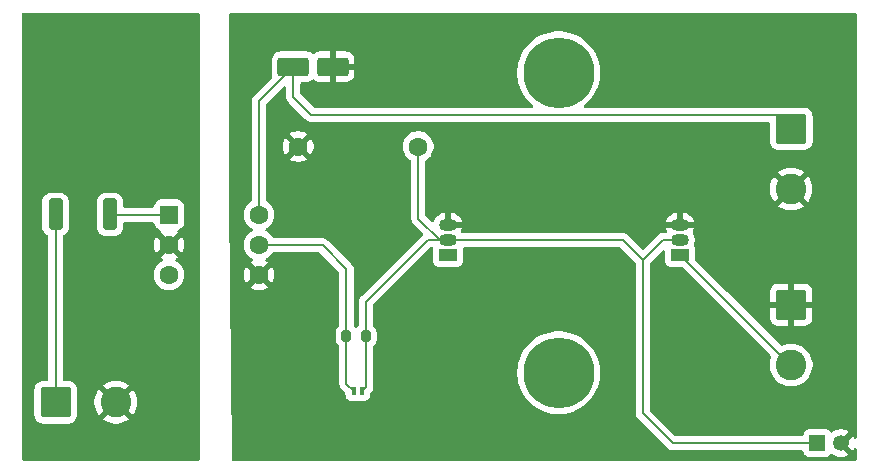
<source format=gbr>
%TF.GenerationSoftware,KiCad,Pcbnew,9.0.2*%
%TF.CreationDate,2025-07-21T18:03:53+01:00*%
%TF.ProjectId,ISOLATION,49534f4c-4154-4494-9f4e-2e6b69636164,rev?*%
%TF.SameCoordinates,Original*%
%TF.FileFunction,Copper,L1,Top*%
%TF.FilePolarity,Positive*%
%FSLAX46Y46*%
G04 Gerber Fmt 4.6, Leading zero omitted, Abs format (unit mm)*
G04 Created by KiCad (PCBNEW 9.0.2) date 2025-07-21 18:03:53*
%MOMM*%
%LPD*%
G01*
G04 APERTURE LIST*
G04 Aperture macros list*
%AMRoundRect*
0 Rectangle with rounded corners*
0 $1 Rounding radius*
0 $2 $3 $4 $5 $6 $7 $8 $9 X,Y pos of 4 corners*
0 Add a 4 corners polygon primitive as box body*
4,1,4,$2,$3,$4,$5,$6,$7,$8,$9,$2,$3,0*
0 Add four circle primitives for the rounded corners*
1,1,$1+$1,$2,$3*
1,1,$1+$1,$4,$5*
1,1,$1+$1,$6,$7*
1,1,$1+$1,$8,$9*
0 Add four rect primitives between the rounded corners*
20,1,$1+$1,$2,$3,$4,$5,0*
20,1,$1+$1,$4,$5,$6,$7,0*
20,1,$1+$1,$6,$7,$8,$9,0*
20,1,$1+$1,$8,$9,$2,$3,0*%
G04 Aperture macros list end*
%TA.AperFunction,ComponentPad*%
%ADD10RoundRect,0.250000X-1.050000X1.050000X-1.050000X-1.050000X1.050000X-1.050000X1.050000X1.050000X0*%
%TD*%
%TA.AperFunction,ComponentPad*%
%ADD11C,2.600000*%
%TD*%
%TA.AperFunction,ComponentPad*%
%ADD12R,1.350000X1.350000*%
%TD*%
%TA.AperFunction,ComponentPad*%
%ADD13C,1.350000*%
%TD*%
%TA.AperFunction,ComponentPad*%
%ADD14RoundRect,0.250000X-1.050000X-1.050000X1.050000X-1.050000X1.050000X1.050000X-1.050000X1.050000X0*%
%TD*%
%TA.AperFunction,SMDPad,CuDef*%
%ADD15RoundRect,0.050000X-0.150000X-0.300000X0.150000X-0.300000X0.150000X0.300000X-0.150000X0.300000X0*%
%TD*%
%TA.AperFunction,ComponentPad*%
%ADD16R,1.500000X1.050000*%
%TD*%
%TA.AperFunction,ComponentPad*%
%ADD17O,1.500000X1.050000*%
%TD*%
%TA.AperFunction,SMDPad,CuDef*%
%ADD18RoundRect,0.200000X-0.200000X-0.275000X0.200000X-0.275000X0.200000X0.275000X-0.200000X0.275000X0*%
%TD*%
%TA.AperFunction,ComponentPad*%
%ADD19C,1.600000*%
%TD*%
%TA.AperFunction,ComponentPad*%
%ADD20C,6.000000*%
%TD*%
%TA.AperFunction,SMDPad,CuDef*%
%ADD21RoundRect,0.250000X-0.362500X-1.075000X0.362500X-1.075000X0.362500X1.075000X-0.362500X1.075000X0*%
%TD*%
%TA.AperFunction,SMDPad,CuDef*%
%ADD22RoundRect,0.250000X-1.075000X-0.550000X1.075000X-0.550000X1.075000X0.550000X-1.075000X0.550000X0*%
%TD*%
%TA.AperFunction,ComponentPad*%
%ADD23RoundRect,0.250000X-0.550000X-0.550000X0.550000X-0.550000X0.550000X0.550000X-0.550000X0.550000X0*%
%TD*%
%TA.AperFunction,ViaPad*%
%ADD24C,0.600000*%
%TD*%
%TA.AperFunction,Conductor*%
%ADD25C,0.200000*%
%TD*%
G04 APERTURE END LIST*
D10*
%TO.P,J3,1,Pin_1*%
%TO.N,GND*%
X181090000Y-95320000D03*
D11*
%TO.P,J3,2,Pin_2*%
%TO.N,Net-(J3-Pin_2)*%
X181090000Y-100400000D03*
%TD*%
D12*
%TO.P,J4,1,Pin_1*%
%TO.N,Net-(D1-A)*%
X183310000Y-107030000D03*
D13*
%TO.P,J4,2,Pin_2*%
%TO.N,GND*%
X185310000Y-107030000D03*
%TD*%
D14*
%TO.P,J1,1,Pin_1*%
%TO.N,Net-(J1-Pin_1)*%
X118815000Y-103562500D03*
D11*
%TO.P,J1,2,Pin_2*%
%TO.N,GND1*%
X123895000Y-103562500D03*
%TD*%
D15*
%TO.P,D1,1,K*%
%TO.N,Net-(D1-K)*%
X144050000Y-102600000D03*
%TO.P,D1,2,A*%
%TO.N,Net-(D1-A)*%
X144750000Y-102600000D03*
%TD*%
D16*
%TO.P,Q2,1,D*%
%TO.N,Net-(J3-Pin_2)*%
X171680000Y-91090000D03*
D17*
%TO.P,Q2,2,G*%
%TO.N,Net-(D1-A)*%
X171680000Y-89820000D03*
%TO.P,Q2,3,S*%
%TO.N,GND*%
X171680000Y-88550000D03*
%TD*%
D18*
%TO.P,R1,1*%
%TO.N,Net-(D1-K)*%
X143430000Y-97950000D03*
%TO.P,R1,2*%
%TO.N,Net-(D1-A)*%
X145080000Y-97950000D03*
%TD*%
D16*
%TO.P,Q1,1,D*%
%TO.N,Net-(J3-Pin_2)*%
X152030000Y-91090000D03*
D17*
%TO.P,Q1,2,G*%
%TO.N,Net-(D1-A)*%
X152030000Y-89820000D03*
%TO.P,Q1,3,S*%
%TO.N,GND*%
X152030000Y-88550000D03*
%TD*%
D19*
%TO.P,R3,1*%
%TO.N,GND*%
X139350000Y-81910000D03*
%TO.P,R3,2*%
%TO.N,Net-(D1-A)*%
X149510000Y-81910000D03*
%TD*%
D10*
%TO.P,J2,1,Pin_1*%
%TO.N,Net-(J2-Pin_1)*%
X181090000Y-80410000D03*
D11*
%TO.P,J2,2,Pin_2*%
%TO.N,GND*%
X181090000Y-85490000D03*
%TD*%
D20*
%TO.P,HS1,1*%
%TO.N,N/C*%
X161390000Y-101060000D03*
X161390000Y-75660000D03*
%TD*%
D21*
%TO.P,R2,1*%
%TO.N,Net-(J1-Pin_1)*%
X118797500Y-87650000D03*
%TO.P,R2,2*%
%TO.N,Net-(R2-Pad2)*%
X123422500Y-87650000D03*
%TD*%
D22*
%TO.P,C1,1*%
%TO.N,Net-(J2-Pin_1)*%
X138935000Y-75160000D03*
%TO.P,C1,2*%
%TO.N,GND*%
X142285000Y-75160000D03*
%TD*%
D23*
%TO.P,U1,1*%
%TO.N,Net-(R2-Pad2)*%
X128415000Y-87685000D03*
D19*
%TO.P,U1,2*%
%TO.N,GND1*%
X128415000Y-90225000D03*
%TO.P,U1,3*%
%TO.N,unconnected-(U1-Pad3)*%
X128415000Y-92765000D03*
%TO.P,U1,4*%
%TO.N,GND*%
X136035000Y-92765000D03*
%TO.P,U1,5*%
%TO.N,Net-(D1-K)*%
X136035000Y-90225000D03*
%TO.P,U1,6*%
%TO.N,Net-(J2-Pin_1)*%
X136035000Y-87685000D03*
%TD*%
D24*
%TO.N,GND*%
X138100000Y-94760000D03*
X150460000Y-86480000D03*
X144780000Y-76960000D03*
X179310000Y-89050000D03*
X137210000Y-82543333D03*
X138100000Y-93603333D03*
X137210000Y-80230000D03*
X144780000Y-75803333D03*
X137210000Y-83700000D03*
X139500000Y-93643333D03*
X171720000Y-86300000D03*
X174430000Y-88540000D03*
X139500000Y-91330000D03*
X151616667Y-86480000D03*
X139500000Y-94800000D03*
X180436667Y-91490000D03*
X152773333Y-86480000D03*
X168480000Y-88540000D03*
X182750000Y-91490000D03*
X137210000Y-81386667D03*
X139500000Y-92486667D03*
X179280000Y-91490000D03*
X181593333Y-91490000D03*
X180466667Y-89050000D03*
X144780000Y-73490000D03*
X153930000Y-86480000D03*
X144780000Y-74646667D03*
X181623333Y-89050000D03*
X138100000Y-91290000D03*
X182780000Y-89050000D03*
X138100000Y-92446667D03*
%TO.N,GND1*%
X126280000Y-93220000D03*
X129570000Y-98180000D03*
X126280000Y-90313333D03*
X126280000Y-88860000D03*
X129570000Y-99592857D03*
X129570000Y-108070000D03*
X129570000Y-102418571D03*
X129570000Y-106657143D03*
X126280000Y-91766667D03*
X129570000Y-101005714D03*
X129570000Y-103831429D03*
X129570000Y-105244286D03*
%TD*%
D25*
%TO.N,Net-(J2-Pin_1)*%
X136035000Y-78060000D02*
X136035000Y-87685000D01*
X138935000Y-75160000D02*
X138935000Y-77715000D01*
X138935000Y-75160000D02*
X136035000Y-78060000D01*
X140440000Y-79220000D02*
X179900000Y-79220000D01*
X179900000Y-79220000D02*
X181090000Y-80410000D01*
X138935000Y-77715000D02*
X140440000Y-79220000D01*
%TO.N,Net-(D1-K)*%
X143430000Y-97950000D02*
X143430000Y-101980000D01*
X143430000Y-101980000D02*
X144050000Y-102600000D01*
X143430000Y-97950000D02*
X143430000Y-92300000D01*
X141410000Y-90280000D02*
X136090000Y-90280000D01*
X136090000Y-90280000D02*
X136035000Y-90225000D01*
X143430000Y-92300000D02*
X141410000Y-90280000D01*
%TO.N,Net-(D1-A)*%
X168530000Y-91540000D02*
X170250000Y-89820000D01*
X151330000Y-89820000D02*
X152030000Y-89820000D01*
X149520000Y-81920000D02*
X149520000Y-88010000D01*
X145080000Y-102270000D02*
X144750000Y-102600000D01*
X150300000Y-89820000D02*
X152030000Y-89820000D01*
X168530000Y-104490000D02*
X168530000Y-91540000D01*
X152030000Y-89820000D02*
X166810000Y-89820000D01*
X145080000Y-97950000D02*
X145080000Y-95040000D01*
X149520000Y-88010000D02*
X151330000Y-89820000D01*
X149510000Y-81910000D02*
X149520000Y-81920000D01*
X166810000Y-89820000D02*
X168530000Y-91540000D01*
X171070000Y-107030000D02*
X168530000Y-104490000D01*
X145080000Y-95040000D02*
X150300000Y-89820000D01*
X145080000Y-97950000D02*
X145080000Y-102270000D01*
X183310000Y-107030000D02*
X171070000Y-107030000D01*
X170250000Y-89820000D02*
X171680000Y-89820000D01*
%TO.N,Net-(J1-Pin_1)*%
X118797500Y-87650000D02*
X118797500Y-103545000D01*
X118797500Y-103545000D02*
X118815000Y-103562500D01*
%TO.N,Net-(J3-Pin_2)*%
X181090000Y-100400000D02*
X180990000Y-100400000D01*
X180990000Y-100400000D02*
X171680000Y-91090000D01*
%TO.N,Net-(R2-Pad2)*%
X128415000Y-87685000D02*
X123457500Y-87685000D01*
X123457500Y-87685000D02*
X123422500Y-87650000D01*
%TD*%
%TA.AperFunction,Conductor*%
%TO.N,GND1*%
G36*
X130943856Y-70600185D02*
G01*
X130989611Y-70652989D01*
X131000817Y-70704338D01*
X131020000Y-85360000D01*
X131012665Y-94033477D01*
X131000536Y-108375605D01*
X130980795Y-108442628D01*
X130927952Y-108488338D01*
X130876536Y-108499500D01*
X116094500Y-108499500D01*
X116027461Y-108479815D01*
X115981706Y-108427011D01*
X115970500Y-108375500D01*
X115970500Y-102462483D01*
X117014500Y-102462483D01*
X117014500Y-104662501D01*
X117014501Y-104662518D01*
X117025000Y-104765296D01*
X117025001Y-104765299D01*
X117073885Y-104912819D01*
X117080186Y-104931834D01*
X117172288Y-105081156D01*
X117296344Y-105205212D01*
X117445666Y-105297314D01*
X117612203Y-105352499D01*
X117714991Y-105363000D01*
X119915008Y-105362999D01*
X120017797Y-105352499D01*
X120184334Y-105297314D01*
X120333656Y-105205212D01*
X120457712Y-105081156D01*
X120549814Y-104931834D01*
X120604999Y-104765297D01*
X120615500Y-104662509D01*
X120615499Y-103444514D01*
X122095000Y-103444514D01*
X122095000Y-103680485D01*
X122125799Y-103914414D01*
X122186870Y-104142337D01*
X122277160Y-104360319D01*
X122277165Y-104360328D01*
X122395144Y-104564671D01*
X122395145Y-104564672D01*
X122457721Y-104646223D01*
X123293958Y-103809987D01*
X123318978Y-103870390D01*
X123390112Y-103976851D01*
X123480649Y-104067388D01*
X123587110Y-104138522D01*
X123647511Y-104163541D01*
X122811275Y-104999777D01*
X122892827Y-105062354D01*
X122892828Y-105062355D01*
X123097171Y-105180334D01*
X123097180Y-105180339D01*
X123315163Y-105270629D01*
X123315161Y-105270629D01*
X123543085Y-105331700D01*
X123777014Y-105362499D01*
X123777029Y-105362500D01*
X124012971Y-105362500D01*
X124012985Y-105362499D01*
X124246914Y-105331700D01*
X124474837Y-105270629D01*
X124692819Y-105180339D01*
X124692828Y-105180334D01*
X124897181Y-105062350D01*
X124978723Y-104999779D01*
X124978723Y-104999776D01*
X124142487Y-104163541D01*
X124202890Y-104138522D01*
X124309351Y-104067388D01*
X124399888Y-103976851D01*
X124471022Y-103870390D01*
X124496041Y-103809988D01*
X125332276Y-104646223D01*
X125332279Y-104646223D01*
X125394850Y-104564681D01*
X125512834Y-104360328D01*
X125512839Y-104360319D01*
X125603129Y-104142337D01*
X125664200Y-103914414D01*
X125694999Y-103680485D01*
X125695000Y-103680471D01*
X125695000Y-103444528D01*
X125694999Y-103444514D01*
X125664200Y-103210585D01*
X125603129Y-102982662D01*
X125512839Y-102764680D01*
X125512834Y-102764671D01*
X125394855Y-102560328D01*
X125394854Y-102560327D01*
X125332277Y-102478775D01*
X124496041Y-103315011D01*
X124471022Y-103254610D01*
X124399888Y-103148149D01*
X124309351Y-103057612D01*
X124202890Y-102986478D01*
X124142488Y-102961458D01*
X124978723Y-102125221D01*
X124897172Y-102062645D01*
X124897171Y-102062644D01*
X124692828Y-101944665D01*
X124692819Y-101944660D01*
X124474836Y-101854370D01*
X124474838Y-101854370D01*
X124246914Y-101793299D01*
X124012985Y-101762500D01*
X123777014Y-101762500D01*
X123543085Y-101793299D01*
X123315162Y-101854370D01*
X123097180Y-101944660D01*
X123097171Y-101944665D01*
X122892828Y-102062644D01*
X122892818Y-102062650D01*
X122811275Y-102125220D01*
X122811275Y-102125221D01*
X123647512Y-102961458D01*
X123587110Y-102986478D01*
X123480649Y-103057612D01*
X123390112Y-103148149D01*
X123318978Y-103254610D01*
X123293958Y-103315012D01*
X122457721Y-102478775D01*
X122457720Y-102478775D01*
X122395150Y-102560318D01*
X122395144Y-102560328D01*
X122277165Y-102764671D01*
X122277160Y-102764680D01*
X122186870Y-102982662D01*
X122125799Y-103210585D01*
X122095000Y-103444514D01*
X120615499Y-103444514D01*
X120615499Y-102462492D01*
X120604999Y-102359703D01*
X120549814Y-102193166D01*
X120457712Y-102043844D01*
X120333656Y-101919788D01*
X120184334Y-101827686D01*
X120017797Y-101772501D01*
X120017795Y-101772500D01*
X119915016Y-101762000D01*
X119915009Y-101762000D01*
X119522000Y-101762000D01*
X119454961Y-101742315D01*
X119409206Y-101689511D01*
X119398000Y-101638000D01*
X119398000Y-89526307D01*
X119417685Y-89459268D01*
X119470489Y-89413513D01*
X119476281Y-89411238D01*
X119479328Y-89409817D01*
X119479331Y-89409814D01*
X119479334Y-89409814D01*
X119628656Y-89317712D01*
X119752712Y-89193656D01*
X119844814Y-89044334D01*
X119899999Y-88877797D01*
X119910500Y-88775009D01*
X119910499Y-86524992D01*
X119910498Y-86524983D01*
X122309500Y-86524983D01*
X122309500Y-88775001D01*
X122309501Y-88775018D01*
X122320000Y-88877796D01*
X122320001Y-88877799D01*
X122375185Y-89044331D01*
X122375187Y-89044336D01*
X122410069Y-89100888D01*
X122467288Y-89193656D01*
X122591344Y-89317712D01*
X122740666Y-89409814D01*
X122907203Y-89464999D01*
X123009991Y-89475500D01*
X123835008Y-89475499D01*
X123835016Y-89475498D01*
X123835019Y-89475498D01*
X123891302Y-89469748D01*
X123937797Y-89464999D01*
X124104334Y-89409814D01*
X124253656Y-89317712D01*
X124377712Y-89193656D01*
X124469814Y-89044334D01*
X124524999Y-88877797D01*
X124535500Y-88775009D01*
X124535500Y-88409500D01*
X124555185Y-88342461D01*
X124607989Y-88296706D01*
X124659500Y-88285500D01*
X127002837Y-88285500D01*
X127069876Y-88305185D01*
X127115631Y-88357989D01*
X127124089Y-88383541D01*
X127124999Y-88387792D01*
X127180185Y-88554331D01*
X127180186Y-88554334D01*
X127272288Y-88703656D01*
X127396344Y-88827712D01*
X127545666Y-88919814D01*
X127628152Y-88947147D01*
X127685597Y-88986920D01*
X127712420Y-89051436D01*
X127700105Y-89120212D01*
X127690143Y-89131975D01*
X127689077Y-89145524D01*
X128368554Y-89825000D01*
X128362339Y-89825000D01*
X128260606Y-89852259D01*
X128169394Y-89904920D01*
X128094920Y-89979394D01*
X128042259Y-90070606D01*
X128015000Y-90172339D01*
X128015000Y-90178553D01*
X127335524Y-89499077D01*
X127335523Y-89499077D01*
X127303143Y-89543644D01*
X127210244Y-89725968D01*
X127147009Y-89920582D01*
X127115000Y-90122682D01*
X127115000Y-90327317D01*
X127147009Y-90529417D01*
X127210244Y-90724031D01*
X127303141Y-90906350D01*
X127303147Y-90906359D01*
X127335523Y-90950921D01*
X127335524Y-90950922D01*
X128015000Y-90271446D01*
X128015000Y-90277661D01*
X128042259Y-90379394D01*
X128094920Y-90470606D01*
X128169394Y-90545080D01*
X128260606Y-90597741D01*
X128362339Y-90625000D01*
X128368553Y-90625000D01*
X127689076Y-91304474D01*
X127733652Y-91336861D01*
X127826628Y-91384234D01*
X127877425Y-91432208D01*
X127894220Y-91500029D01*
X127871683Y-91566164D01*
X127826630Y-91605203D01*
X127733388Y-91652713D01*
X127567786Y-91773028D01*
X127423028Y-91917786D01*
X127302715Y-92083386D01*
X127209781Y-92265776D01*
X127146522Y-92460465D01*
X127114500Y-92662648D01*
X127114500Y-92867351D01*
X127146522Y-93069534D01*
X127209781Y-93264223D01*
X127302715Y-93446613D01*
X127423028Y-93612213D01*
X127567786Y-93756971D01*
X127722749Y-93869556D01*
X127733390Y-93877287D01*
X127849607Y-93936503D01*
X127915776Y-93970218D01*
X127915778Y-93970218D01*
X127915781Y-93970220D01*
X128020137Y-94004127D01*
X128110465Y-94033477D01*
X128211557Y-94049488D01*
X128312648Y-94065500D01*
X128312649Y-94065500D01*
X128517351Y-94065500D01*
X128517352Y-94065500D01*
X128719534Y-94033477D01*
X128914219Y-93970220D01*
X129096610Y-93877287D01*
X129189590Y-93809732D01*
X129262213Y-93756971D01*
X129262215Y-93756968D01*
X129262219Y-93756966D01*
X129406966Y-93612219D01*
X129406968Y-93612215D01*
X129406971Y-93612213D01*
X129459732Y-93539590D01*
X129527287Y-93446610D01*
X129620220Y-93264219D01*
X129683477Y-93069534D01*
X129715500Y-92867352D01*
X129715500Y-92662648D01*
X129683477Y-92460466D01*
X129620220Y-92265781D01*
X129620218Y-92265778D01*
X129620218Y-92265776D01*
X129586503Y-92199607D01*
X129527287Y-92083390D01*
X129519556Y-92072749D01*
X129406971Y-91917786D01*
X129262213Y-91773028D01*
X129096611Y-91652713D01*
X129003369Y-91605203D01*
X128952574Y-91557229D01*
X128935779Y-91489407D01*
X128958317Y-91423273D01*
X129003371Y-91384234D01*
X129096346Y-91336861D01*
X129096347Y-91336861D01*
X129140921Y-91304474D01*
X128461447Y-90625000D01*
X128467661Y-90625000D01*
X128569394Y-90597741D01*
X128660606Y-90545080D01*
X128735080Y-90470606D01*
X128787741Y-90379394D01*
X128815000Y-90277661D01*
X128815000Y-90271447D01*
X129494474Y-90950921D01*
X129526859Y-90906349D01*
X129619755Y-90724031D01*
X129682990Y-90529417D01*
X129715000Y-90327317D01*
X129715000Y-90122682D01*
X129682990Y-89920582D01*
X129619755Y-89725968D01*
X129526859Y-89543650D01*
X129494474Y-89499077D01*
X129494474Y-89499076D01*
X128815000Y-90178551D01*
X128815000Y-90172339D01*
X128787741Y-90070606D01*
X128735080Y-89979394D01*
X128660606Y-89904920D01*
X128569394Y-89852259D01*
X128467661Y-89825000D01*
X128461446Y-89825000D01*
X129140922Y-89145524D01*
X129139570Y-89128349D01*
X129125299Y-89109842D01*
X129119320Y-89040229D01*
X129151925Y-88978433D01*
X129201845Y-88947148D01*
X129284334Y-88919814D01*
X129433656Y-88827712D01*
X129557712Y-88703656D01*
X129649814Y-88554334D01*
X129704999Y-88387797D01*
X129715500Y-88285009D01*
X129715499Y-87084992D01*
X129704999Y-86982203D01*
X129649814Y-86815666D01*
X129557712Y-86666344D01*
X129433656Y-86542288D01*
X129284334Y-86450186D01*
X129117797Y-86395001D01*
X129117795Y-86395000D01*
X129015010Y-86384500D01*
X127814998Y-86384500D01*
X127814981Y-86384501D01*
X127712203Y-86395000D01*
X127712200Y-86395001D01*
X127545668Y-86450185D01*
X127545663Y-86450187D01*
X127396342Y-86542289D01*
X127272289Y-86666342D01*
X127180187Y-86815663D01*
X127180185Y-86815668D01*
X127125000Y-86982204D01*
X127124088Y-86986467D01*
X127090801Y-87047898D01*
X127029586Y-87081581D01*
X127002837Y-87084500D01*
X124659499Y-87084500D01*
X124592460Y-87064815D01*
X124546705Y-87012011D01*
X124535499Y-86960500D01*
X124535499Y-86524998D01*
X124535498Y-86524981D01*
X124524999Y-86422203D01*
X124524998Y-86422200D01*
X124512505Y-86384500D01*
X124469814Y-86255666D01*
X124377712Y-86106344D01*
X124253656Y-85982288D01*
X124104334Y-85890186D01*
X123937797Y-85835001D01*
X123937795Y-85835000D01*
X123835010Y-85824500D01*
X123009998Y-85824500D01*
X123009980Y-85824501D01*
X122907203Y-85835000D01*
X122907200Y-85835001D01*
X122740668Y-85890185D01*
X122740663Y-85890187D01*
X122591342Y-85982289D01*
X122467289Y-86106342D01*
X122375187Y-86255663D01*
X122375186Y-86255666D01*
X122320001Y-86422203D01*
X122320001Y-86422204D01*
X122320000Y-86422204D01*
X122309500Y-86524983D01*
X119910498Y-86524983D01*
X119902857Y-86450186D01*
X119899999Y-86422203D01*
X119899998Y-86422200D01*
X119887505Y-86384500D01*
X119844814Y-86255666D01*
X119752712Y-86106344D01*
X119628656Y-85982288D01*
X119479334Y-85890186D01*
X119312797Y-85835001D01*
X119312795Y-85835000D01*
X119210010Y-85824500D01*
X118384998Y-85824500D01*
X118384980Y-85824501D01*
X118282203Y-85835000D01*
X118282200Y-85835001D01*
X118115668Y-85890185D01*
X118115663Y-85890187D01*
X117966342Y-85982289D01*
X117842289Y-86106342D01*
X117750187Y-86255663D01*
X117750186Y-86255666D01*
X117695001Y-86422203D01*
X117695001Y-86422204D01*
X117695000Y-86422204D01*
X117684500Y-86524983D01*
X117684500Y-88775001D01*
X117684501Y-88775018D01*
X117695000Y-88877796D01*
X117695001Y-88877799D01*
X117750185Y-89044331D01*
X117750187Y-89044336D01*
X117785069Y-89100888D01*
X117842288Y-89193656D01*
X117966344Y-89317712D01*
X118115663Y-89409812D01*
X118115671Y-89409817D01*
X118122216Y-89412869D01*
X118121228Y-89414987D01*
X118169448Y-89448372D01*
X118196272Y-89512887D01*
X118197000Y-89526307D01*
X118197000Y-101638000D01*
X118177315Y-101705039D01*
X118124511Y-101750794D01*
X118073000Y-101762000D01*
X117714998Y-101762000D01*
X117714980Y-101762001D01*
X117612203Y-101772500D01*
X117612200Y-101772501D01*
X117445668Y-101827685D01*
X117445663Y-101827687D01*
X117296342Y-101919789D01*
X117172289Y-102043842D01*
X117080187Y-102193163D01*
X117080185Y-102193168D01*
X117073886Y-102212178D01*
X117025001Y-102359703D01*
X117025001Y-102359704D01*
X117025000Y-102359704D01*
X117014500Y-102462483D01*
X115970500Y-102462483D01*
X115970500Y-70704500D01*
X115990185Y-70637461D01*
X116042989Y-70591706D01*
X116094500Y-70580500D01*
X130876817Y-70580500D01*
X130943856Y-70600185D01*
G37*
%TD.AperFunction*%
%TD*%
%TA.AperFunction,Conductor*%
%TO.N,GND*%
G36*
X186572539Y-70600185D02*
G01*
X186618294Y-70652989D01*
X186629500Y-70704500D01*
X186629500Y-106515007D01*
X186609815Y-106582046D01*
X186557011Y-106627801D01*
X186487853Y-106637745D01*
X186424297Y-106608720D01*
X186395015Y-106571302D01*
X186314949Y-106414165D01*
X186299983Y-106393568D01*
X185710000Y-106983551D01*
X185710000Y-106977339D01*
X185682741Y-106875606D01*
X185630080Y-106784394D01*
X185555606Y-106709920D01*
X185464394Y-106657259D01*
X185362661Y-106630000D01*
X185356446Y-106630000D01*
X185946430Y-106040015D01*
X185925834Y-106025050D01*
X185761043Y-105941084D01*
X185761040Y-105941083D01*
X185585147Y-105883933D01*
X185402473Y-105855000D01*
X185217527Y-105855000D01*
X185034852Y-105883933D01*
X184858959Y-105941083D01*
X184858956Y-105941084D01*
X184694163Y-106025051D01*
X184578690Y-106108946D01*
X184512884Y-106132425D01*
X184444830Y-106116599D01*
X184406540Y-106082938D01*
X184342547Y-105997455D01*
X184342544Y-105997452D01*
X184227335Y-105911206D01*
X184227328Y-105911202D01*
X184092482Y-105860908D01*
X184092483Y-105860908D01*
X184032883Y-105854501D01*
X184032881Y-105854500D01*
X184032873Y-105854500D01*
X184032864Y-105854500D01*
X182587129Y-105854500D01*
X182587123Y-105854501D01*
X182527516Y-105860908D01*
X182392671Y-105911202D01*
X182392664Y-105911206D01*
X182277455Y-105997452D01*
X182277452Y-105997455D01*
X182191206Y-106112664D01*
X182191202Y-106112671D01*
X182140908Y-106247517D01*
X182134501Y-106307116D01*
X182134322Y-106310452D01*
X182133065Y-106310384D01*
X182114815Y-106372539D01*
X182062011Y-106418294D01*
X182010500Y-106429500D01*
X171370097Y-106429500D01*
X171303058Y-106409815D01*
X171282416Y-106393181D01*
X169166819Y-104277584D01*
X169133334Y-104216261D01*
X169130500Y-104189903D01*
X169130500Y-91840096D01*
X169150185Y-91773057D01*
X169166814Y-91752420D01*
X170217821Y-90701412D01*
X170279142Y-90667929D01*
X170348834Y-90672913D01*
X170404767Y-90714785D01*
X170429184Y-90780249D01*
X170429500Y-90789095D01*
X170429500Y-91662870D01*
X170429501Y-91662876D01*
X170435908Y-91722483D01*
X170486202Y-91857328D01*
X170486206Y-91857335D01*
X170572452Y-91972544D01*
X170572455Y-91972547D01*
X170687664Y-92058793D01*
X170687671Y-92058797D01*
X170822517Y-92109091D01*
X170822516Y-92109091D01*
X170829444Y-92109835D01*
X170882127Y-92115500D01*
X171804902Y-92115499D01*
X171871941Y-92135183D01*
X171892583Y-92151818D01*
X179375345Y-99634580D01*
X179408830Y-99695903D01*
X179403846Y-99765595D01*
X179402226Y-99769712D01*
X179381397Y-99819998D01*
X179381395Y-99820004D01*
X179320306Y-100047989D01*
X179289501Y-100281979D01*
X179289500Y-100281995D01*
X179289500Y-100518004D01*
X179289501Y-100518020D01*
X179320306Y-100752010D01*
X179381394Y-100979993D01*
X179471714Y-101198045D01*
X179471719Y-101198056D01*
X179542677Y-101320957D01*
X179589727Y-101402450D01*
X179589729Y-101402453D01*
X179589730Y-101402454D01*
X179733406Y-101589697D01*
X179733412Y-101589704D01*
X179900295Y-101756587D01*
X179900302Y-101756593D01*
X179907379Y-101762023D01*
X180087550Y-101900273D01*
X180218918Y-101976118D01*
X180291943Y-102018280D01*
X180291948Y-102018282D01*
X180291951Y-102018284D01*
X180510007Y-102108606D01*
X180737986Y-102169693D01*
X180971989Y-102200500D01*
X180971996Y-102200500D01*
X181208004Y-102200500D01*
X181208011Y-102200500D01*
X181442014Y-102169693D01*
X181669993Y-102108606D01*
X181888049Y-102018284D01*
X182092450Y-101900273D01*
X182279699Y-101756592D01*
X182446592Y-101589699D01*
X182590273Y-101402450D01*
X182708284Y-101198049D01*
X182798606Y-100979993D01*
X182859693Y-100752014D01*
X182890500Y-100518011D01*
X182890500Y-100281989D01*
X182859693Y-100047986D01*
X182798606Y-99820007D01*
X182708284Y-99601951D01*
X182708282Y-99601948D01*
X182708280Y-99601943D01*
X182666118Y-99528918D01*
X182590273Y-99397550D01*
X182446592Y-99210301D01*
X182446587Y-99210295D01*
X182279704Y-99043412D01*
X182279697Y-99043406D01*
X182092454Y-98899730D01*
X182092453Y-98899729D01*
X182092450Y-98899727D01*
X181989277Y-98840160D01*
X181888056Y-98781719D01*
X181888045Y-98781714D01*
X181669993Y-98691394D01*
X181442014Y-98630307D01*
X181442013Y-98630306D01*
X181442010Y-98630306D01*
X181208020Y-98599501D01*
X181208017Y-98599500D01*
X181208011Y-98599500D01*
X180971989Y-98599500D01*
X180971983Y-98599500D01*
X180971979Y-98599501D01*
X180737989Y-98630306D01*
X180510003Y-98691395D01*
X180318292Y-98770804D01*
X180248823Y-98778273D01*
X180186344Y-98746998D01*
X180183159Y-98743924D01*
X175659248Y-94220013D01*
X179290000Y-94220013D01*
X179290000Y-95070000D01*
X180489999Y-95070000D01*
X180464979Y-95130402D01*
X180440000Y-95255981D01*
X180440000Y-95384019D01*
X180464979Y-95509598D01*
X180489999Y-95570000D01*
X179290001Y-95570000D01*
X179290001Y-96419986D01*
X179300494Y-96522697D01*
X179355641Y-96689119D01*
X179355643Y-96689124D01*
X179447684Y-96838345D01*
X179571654Y-96962315D01*
X179720875Y-97054356D01*
X179720880Y-97054358D01*
X179887302Y-97109505D01*
X179887309Y-97109506D01*
X179990019Y-97119999D01*
X180839999Y-97119999D01*
X180840000Y-97119998D01*
X180840000Y-95920001D01*
X180900402Y-95945021D01*
X181025981Y-95970000D01*
X181154019Y-95970000D01*
X181279598Y-95945021D01*
X181340000Y-95920001D01*
X181340000Y-97119999D01*
X182189972Y-97119999D01*
X182189986Y-97119998D01*
X182292697Y-97109505D01*
X182459119Y-97054358D01*
X182459124Y-97054356D01*
X182608345Y-96962315D01*
X182732315Y-96838345D01*
X182824356Y-96689124D01*
X182824358Y-96689119D01*
X182879505Y-96522697D01*
X182879506Y-96522690D01*
X182889999Y-96419986D01*
X182890000Y-96419973D01*
X182890000Y-95570000D01*
X181690001Y-95570000D01*
X181715021Y-95509598D01*
X181740000Y-95384019D01*
X181740000Y-95255981D01*
X181715021Y-95130402D01*
X181690001Y-95070000D01*
X182889999Y-95070000D01*
X182889999Y-94220028D01*
X182889998Y-94220013D01*
X182879505Y-94117302D01*
X182824358Y-93950880D01*
X182824356Y-93950875D01*
X182732315Y-93801654D01*
X182608345Y-93677684D01*
X182459124Y-93585643D01*
X182459119Y-93585641D01*
X182292697Y-93530494D01*
X182292690Y-93530493D01*
X182189986Y-93520000D01*
X181340000Y-93520000D01*
X181340000Y-94719998D01*
X181279598Y-94694979D01*
X181154019Y-94670000D01*
X181025981Y-94670000D01*
X180900402Y-94694979D01*
X180840000Y-94719998D01*
X180840000Y-93520000D01*
X179990028Y-93520000D01*
X179990012Y-93520001D01*
X179887302Y-93530494D01*
X179720880Y-93585641D01*
X179720875Y-93585643D01*
X179571654Y-93677684D01*
X179447684Y-93801654D01*
X179355643Y-93950875D01*
X179355641Y-93950880D01*
X179300494Y-94117302D01*
X179300493Y-94117309D01*
X179290000Y-94220013D01*
X175659248Y-94220013D01*
X172966818Y-91527583D01*
X172933333Y-91466260D01*
X172930499Y-91439902D01*
X172930499Y-90517129D01*
X172930498Y-90517123D01*
X172927199Y-90486435D01*
X172924091Y-90457517D01*
X172918346Y-90442115D01*
X172873797Y-90322671D01*
X172873796Y-90322670D01*
X172873796Y-90322669D01*
X172872967Y-90321562D01*
X172872485Y-90320268D01*
X172869546Y-90314886D01*
X172870319Y-90314463D01*
X172848551Y-90256099D01*
X172857675Y-90199798D01*
X172891089Y-90119132D01*
X172891089Y-90119131D01*
X172891091Y-90119127D01*
X172930500Y-89921003D01*
X172930500Y-89718997D01*
X172891091Y-89520873D01*
X172813786Y-89334244D01*
X172759794Y-89253439D01*
X172738917Y-89186764D01*
X172757401Y-89119384D01*
X172759796Y-89115658D01*
X172813344Y-89035518D01*
X172813346Y-89035515D01*
X172890609Y-88848983D01*
X172890612Y-88848974D01*
X172900353Y-88800000D01*
X172045866Y-88800000D01*
X172021674Y-88797617D01*
X172006004Y-88794500D01*
X172006003Y-88794500D01*
X171965830Y-88794500D01*
X171980075Y-88780255D01*
X172029444Y-88694745D01*
X172055000Y-88599370D01*
X172055000Y-88500630D01*
X172029444Y-88405255D01*
X171980075Y-88319745D01*
X171960330Y-88300000D01*
X172900353Y-88300000D01*
X172890612Y-88251025D01*
X172890609Y-88251016D01*
X172813347Y-88064486D01*
X172813340Y-88064473D01*
X172701170Y-87896600D01*
X172701167Y-87896596D01*
X172558403Y-87753832D01*
X172558399Y-87753829D01*
X172390526Y-87641659D01*
X172390513Y-87641652D01*
X172203983Y-87564390D01*
X172203974Y-87564387D01*
X172005958Y-87525000D01*
X171930000Y-87525000D01*
X171930000Y-88269670D01*
X171910255Y-88249925D01*
X171824745Y-88200556D01*
X171729370Y-88175000D01*
X171630630Y-88175000D01*
X171535255Y-88200556D01*
X171449745Y-88249925D01*
X171430000Y-88269670D01*
X171430000Y-87525000D01*
X171354041Y-87525000D01*
X171156025Y-87564387D01*
X171156016Y-87564390D01*
X170969486Y-87641652D01*
X170969473Y-87641659D01*
X170801600Y-87753829D01*
X170801596Y-87753832D01*
X170658832Y-87896596D01*
X170658829Y-87896600D01*
X170546659Y-88064473D01*
X170546652Y-88064486D01*
X170469390Y-88251016D01*
X170469387Y-88251025D01*
X170459647Y-88300000D01*
X171399670Y-88300000D01*
X171379925Y-88319745D01*
X171330556Y-88405255D01*
X171305000Y-88500630D01*
X171305000Y-88599370D01*
X171330556Y-88694745D01*
X171379925Y-88780255D01*
X171394170Y-88794500D01*
X171353997Y-88794500D01*
X171353996Y-88794500D01*
X171338326Y-88797617D01*
X171314134Y-88800000D01*
X170459647Y-88800000D01*
X170469387Y-88848974D01*
X170469390Y-88848983D01*
X170546656Y-89035521D01*
X170547475Y-89037054D01*
X170547661Y-89037947D01*
X170548987Y-89041149D01*
X170548379Y-89041400D01*
X170561713Y-89105458D01*
X170536708Y-89170700D01*
X170480400Y-89212067D01*
X170438113Y-89219500D01*
X170170940Y-89219500D01*
X170130019Y-89230464D01*
X170130019Y-89230465D01*
X170120432Y-89233034D01*
X170018214Y-89260423D01*
X170018209Y-89260426D01*
X169881290Y-89339475D01*
X169881282Y-89339481D01*
X169769478Y-89451286D01*
X168617680Y-90603083D01*
X168556357Y-90636568D01*
X168486665Y-90631584D01*
X168442318Y-90603083D01*
X167297590Y-89458355D01*
X167297588Y-89458352D01*
X167178717Y-89339481D01*
X167178716Y-89339480D01*
X167091904Y-89289360D01*
X167091904Y-89289359D01*
X167091900Y-89289358D01*
X167041785Y-89260423D01*
X166889057Y-89219499D01*
X166730943Y-89219499D01*
X166723347Y-89219499D01*
X166723331Y-89219500D01*
X153271886Y-89219500D01*
X153204847Y-89199815D01*
X153159092Y-89147011D01*
X153149148Y-89077853D01*
X153161162Y-89041211D01*
X153161013Y-89041149D01*
X153161830Y-89039175D01*
X153162530Y-89037042D01*
X153163347Y-89035512D01*
X153240609Y-88848983D01*
X153240612Y-88848974D01*
X153250353Y-88800000D01*
X152395866Y-88800000D01*
X152393047Y-88799968D01*
X152382259Y-88799722D01*
X152356003Y-88794500D01*
X152315830Y-88794500D01*
X152330075Y-88780255D01*
X152379444Y-88694745D01*
X152405000Y-88599370D01*
X152405000Y-88500630D01*
X152379444Y-88405255D01*
X152330075Y-88319745D01*
X152310330Y-88300000D01*
X153250353Y-88300000D01*
X153240612Y-88251025D01*
X153240609Y-88251016D01*
X153163347Y-88064486D01*
X153163340Y-88064473D01*
X153051170Y-87896600D01*
X153051167Y-87896596D01*
X152908403Y-87753832D01*
X152908399Y-87753829D01*
X152740526Y-87641659D01*
X152740513Y-87641652D01*
X152553983Y-87564390D01*
X152553974Y-87564387D01*
X152355958Y-87525000D01*
X152280000Y-87525000D01*
X152280000Y-88269670D01*
X152260255Y-88249925D01*
X152174745Y-88200556D01*
X152079370Y-88175000D01*
X151980630Y-88175000D01*
X151885255Y-88200556D01*
X151799745Y-88249925D01*
X151780000Y-88269670D01*
X151780000Y-87525000D01*
X151704041Y-87525000D01*
X151506025Y-87564387D01*
X151506016Y-87564390D01*
X151319486Y-87641652D01*
X151319473Y-87641659D01*
X151151600Y-87753829D01*
X151151596Y-87753832D01*
X151008832Y-87896596D01*
X151008829Y-87896600D01*
X150896659Y-88064473D01*
X150896654Y-88064482D01*
X150829153Y-88227447D01*
X150785312Y-88281850D01*
X150719018Y-88303915D01*
X150651319Y-88286636D01*
X150626911Y-88267675D01*
X150156819Y-87797583D01*
X150123334Y-87736260D01*
X150120500Y-87709902D01*
X150120500Y-85372014D01*
X179290000Y-85372014D01*
X179290000Y-85607985D01*
X179320799Y-85841914D01*
X179381870Y-86069837D01*
X179472160Y-86287819D01*
X179472165Y-86287828D01*
X179590144Y-86492171D01*
X179590145Y-86492172D01*
X179652721Y-86573723D01*
X180488958Y-85737487D01*
X180513978Y-85797890D01*
X180585112Y-85904351D01*
X180675649Y-85994888D01*
X180782110Y-86066022D01*
X180842511Y-86091041D01*
X180006275Y-86927277D01*
X180087827Y-86989854D01*
X180087828Y-86989855D01*
X180292171Y-87107834D01*
X180292180Y-87107839D01*
X180510163Y-87198129D01*
X180510161Y-87198129D01*
X180738085Y-87259200D01*
X180972014Y-87289999D01*
X180972029Y-87290000D01*
X181207971Y-87290000D01*
X181207985Y-87289999D01*
X181441914Y-87259200D01*
X181669837Y-87198129D01*
X181887819Y-87107839D01*
X181887828Y-87107834D01*
X182092181Y-86989850D01*
X182173723Y-86927279D01*
X182173723Y-86927276D01*
X181337487Y-86091041D01*
X181397890Y-86066022D01*
X181504351Y-85994888D01*
X181594888Y-85904351D01*
X181666022Y-85797890D01*
X181691041Y-85737488D01*
X182527276Y-86573723D01*
X182527279Y-86573723D01*
X182589850Y-86492181D01*
X182707834Y-86287828D01*
X182707839Y-86287819D01*
X182798129Y-86069837D01*
X182859200Y-85841914D01*
X182889999Y-85607985D01*
X182890000Y-85607971D01*
X182890000Y-85372028D01*
X182889999Y-85372014D01*
X182859200Y-85138085D01*
X182798129Y-84910162D01*
X182707839Y-84692180D01*
X182707834Y-84692171D01*
X182589855Y-84487828D01*
X182589854Y-84487827D01*
X182527277Y-84406275D01*
X181691041Y-85242511D01*
X181666022Y-85182110D01*
X181594888Y-85075649D01*
X181504351Y-84985112D01*
X181397890Y-84913978D01*
X181337488Y-84888958D01*
X182173723Y-84052721D01*
X182092172Y-83990145D01*
X182092171Y-83990144D01*
X181887828Y-83872165D01*
X181887819Y-83872160D01*
X181669836Y-83781870D01*
X181669838Y-83781870D01*
X181441914Y-83720799D01*
X181207985Y-83690000D01*
X180972014Y-83690000D01*
X180738085Y-83720799D01*
X180510162Y-83781870D01*
X180292180Y-83872160D01*
X180292171Y-83872165D01*
X180087828Y-83990144D01*
X180087818Y-83990150D01*
X180006275Y-84052720D01*
X180006275Y-84052721D01*
X180842512Y-84888958D01*
X180782110Y-84913978D01*
X180675649Y-84985112D01*
X180585112Y-85075649D01*
X180513978Y-85182110D01*
X180488958Y-85242511D01*
X179652721Y-84406275D01*
X179652720Y-84406275D01*
X179590150Y-84487818D01*
X179590144Y-84487828D01*
X179472165Y-84692171D01*
X179472160Y-84692180D01*
X179381870Y-84910162D01*
X179320799Y-85138085D01*
X179290000Y-85372014D01*
X150120500Y-85372014D01*
X150120500Y-83134506D01*
X150140185Y-83067467D01*
X150188207Y-83024020D01*
X150191610Y-83022287D01*
X150357219Y-82901966D01*
X150501966Y-82757219D01*
X150501968Y-82757215D01*
X150501971Y-82757213D01*
X150554732Y-82684590D01*
X150622287Y-82591610D01*
X150715220Y-82409219D01*
X150778477Y-82214534D01*
X150810500Y-82012352D01*
X150810500Y-81807648D01*
X150802257Y-81755606D01*
X150778477Y-81605465D01*
X150747458Y-81510000D01*
X150715220Y-81410781D01*
X150715218Y-81410778D01*
X150715218Y-81410776D01*
X150622419Y-81228650D01*
X150622287Y-81228390D01*
X150590092Y-81184077D01*
X150501971Y-81062786D01*
X150357213Y-80918028D01*
X150191613Y-80797715D01*
X150191612Y-80797714D01*
X150191610Y-80797713D01*
X150134653Y-80768691D01*
X150009223Y-80704781D01*
X149814534Y-80641522D01*
X149639995Y-80613878D01*
X149612352Y-80609500D01*
X149407648Y-80609500D01*
X149383329Y-80613351D01*
X149205465Y-80641522D01*
X149010776Y-80704781D01*
X148828386Y-80797715D01*
X148662786Y-80918028D01*
X148518028Y-81062786D01*
X148397715Y-81228386D01*
X148304781Y-81410776D01*
X148241522Y-81605465D01*
X148209500Y-81807648D01*
X148209500Y-82012351D01*
X148241522Y-82214534D01*
X148304781Y-82409223D01*
X148368691Y-82534653D01*
X148397585Y-82591359D01*
X148397715Y-82591613D01*
X148518028Y-82757213D01*
X148518034Y-82757219D01*
X148662781Y-82901966D01*
X148828390Y-83022287D01*
X148851793Y-83034211D01*
X148902589Y-83082183D01*
X148919500Y-83144696D01*
X148919500Y-87923330D01*
X148919499Y-87923348D01*
X148919499Y-88089054D01*
X148919498Y-88089054D01*
X148960424Y-88241789D01*
X148960425Y-88241790D01*
X148985661Y-88285499D01*
X148985662Y-88285501D01*
X149039475Y-88378709D01*
X149039481Y-88378717D01*
X149158349Y-88497585D01*
X149158355Y-88497590D01*
X149878083Y-89217318D01*
X149911568Y-89278641D01*
X149906584Y-89348333D01*
X149878083Y-89392680D01*
X144711286Y-94559478D01*
X144599481Y-94671282D01*
X144599480Y-94671284D01*
X144557511Y-94743978D01*
X144549361Y-94758094D01*
X144549359Y-94758096D01*
X144520425Y-94808209D01*
X144520424Y-94808210D01*
X144520423Y-94808215D01*
X144479499Y-94960943D01*
X144479499Y-94960945D01*
X144479499Y-95129046D01*
X144479500Y-95129059D01*
X144479500Y-97033480D01*
X144470855Y-97062920D01*
X144464332Y-97092907D01*
X144460577Y-97097922D01*
X144459815Y-97100519D01*
X144443181Y-97121161D01*
X144342681Y-97221661D01*
X144281358Y-97255146D01*
X144211666Y-97250162D01*
X144167319Y-97221661D01*
X144066819Y-97121161D01*
X144033334Y-97059838D01*
X144030500Y-97033480D01*
X144030500Y-92220945D01*
X144030500Y-92220943D01*
X143989577Y-92068216D01*
X143934343Y-91972547D01*
X143910524Y-91931290D01*
X143910521Y-91931286D01*
X143910520Y-91931284D01*
X143798716Y-91819480D01*
X143798715Y-91819479D01*
X143794385Y-91815149D01*
X143794374Y-91815139D01*
X141897590Y-89918355D01*
X141897588Y-89918352D01*
X141778717Y-89799481D01*
X141778716Y-89799480D01*
X141677326Y-89740943D01*
X141677325Y-89740942D01*
X141641783Y-89720422D01*
X141585881Y-89705443D01*
X141489057Y-89679499D01*
X141330943Y-89679499D01*
X141323347Y-89679499D01*
X141323331Y-89679500D01*
X137292626Y-89679500D01*
X137225587Y-89659815D01*
X137182141Y-89611795D01*
X137147284Y-89543385D01*
X137026971Y-89377786D01*
X136882213Y-89233028D01*
X136716614Y-89112715D01*
X136702371Y-89105458D01*
X136623917Y-89065483D01*
X136573123Y-89017511D01*
X136556328Y-88949690D01*
X136578865Y-88883555D01*
X136623917Y-88844516D01*
X136716610Y-88797287D01*
X136785313Y-88747372D01*
X136882213Y-88676971D01*
X136882215Y-88676968D01*
X136882219Y-88676966D01*
X137026966Y-88532219D01*
X137026968Y-88532215D01*
X137026971Y-88532213D01*
X137119210Y-88405255D01*
X137147287Y-88366610D01*
X137240220Y-88184219D01*
X137303477Y-87989534D01*
X137335500Y-87787352D01*
X137335500Y-87582648D01*
X137303477Y-87380466D01*
X137240220Y-87185781D01*
X137240218Y-87185778D01*
X137240218Y-87185776D01*
X137206503Y-87119607D01*
X137147287Y-87003390D01*
X137091990Y-86927279D01*
X137026971Y-86837786D01*
X136882213Y-86693028D01*
X136716610Y-86572712D01*
X136703200Y-86565879D01*
X136652406Y-86517903D01*
X136635500Y-86455397D01*
X136635500Y-81807682D01*
X138050000Y-81807682D01*
X138050000Y-82012317D01*
X138082009Y-82214417D01*
X138145244Y-82409031D01*
X138238141Y-82591350D01*
X138238147Y-82591359D01*
X138270523Y-82635921D01*
X138270524Y-82635922D01*
X138950000Y-81956446D01*
X138950000Y-81962661D01*
X138977259Y-82064394D01*
X139029920Y-82155606D01*
X139104394Y-82230080D01*
X139195606Y-82282741D01*
X139297339Y-82310000D01*
X139303553Y-82310000D01*
X138624076Y-82989474D01*
X138668650Y-83021859D01*
X138850968Y-83114755D01*
X139045582Y-83177990D01*
X139247683Y-83210000D01*
X139452317Y-83210000D01*
X139654417Y-83177990D01*
X139849031Y-83114755D01*
X140031349Y-83021859D01*
X140075921Y-82989474D01*
X139396447Y-82310000D01*
X139402661Y-82310000D01*
X139504394Y-82282741D01*
X139595606Y-82230080D01*
X139670080Y-82155606D01*
X139722741Y-82064394D01*
X139750000Y-81962661D01*
X139750000Y-81956447D01*
X140429474Y-82635921D01*
X140461859Y-82591349D01*
X140554755Y-82409031D01*
X140617990Y-82214417D01*
X140650000Y-82012317D01*
X140650000Y-81807682D01*
X140617990Y-81605582D01*
X140554755Y-81410968D01*
X140461859Y-81228650D01*
X140429474Y-81184077D01*
X140429474Y-81184076D01*
X139750000Y-81863551D01*
X139750000Y-81857339D01*
X139722741Y-81755606D01*
X139670080Y-81664394D01*
X139595606Y-81589920D01*
X139504394Y-81537259D01*
X139402661Y-81510000D01*
X139396446Y-81510000D01*
X140075922Y-80830524D01*
X140075921Y-80830523D01*
X140031359Y-80798147D01*
X140031350Y-80798141D01*
X139849031Y-80705244D01*
X139654417Y-80642009D01*
X139452317Y-80610000D01*
X139247683Y-80610000D01*
X139045582Y-80642009D01*
X138850968Y-80705244D01*
X138668644Y-80798143D01*
X138624077Y-80830523D01*
X138624077Y-80830524D01*
X139303554Y-81510000D01*
X139297339Y-81510000D01*
X139195606Y-81537259D01*
X139104394Y-81589920D01*
X139029920Y-81664394D01*
X138977259Y-81755606D01*
X138950000Y-81857339D01*
X138950000Y-81863553D01*
X138270524Y-81184077D01*
X138270523Y-81184077D01*
X138238143Y-81228644D01*
X138145244Y-81410968D01*
X138082009Y-81605582D01*
X138050000Y-81807682D01*
X136635500Y-81807682D01*
X136635500Y-78360097D01*
X136655185Y-78293058D01*
X136671819Y-78272416D01*
X138122819Y-76821416D01*
X138184142Y-76787931D01*
X138253834Y-76792915D01*
X138309767Y-76834787D01*
X138334184Y-76900251D01*
X138334500Y-76909097D01*
X138334500Y-77628330D01*
X138334499Y-77628348D01*
X138334499Y-77794054D01*
X138334498Y-77794054D01*
X138375423Y-77946785D01*
X138404358Y-77996900D01*
X138404359Y-77996904D01*
X138404360Y-77996904D01*
X138454479Y-78083714D01*
X138454481Y-78083717D01*
X138573349Y-78202585D01*
X138573355Y-78202590D01*
X139955139Y-79584374D01*
X139955149Y-79584385D01*
X139959479Y-79588715D01*
X139959480Y-79588716D01*
X140071284Y-79700520D01*
X140071286Y-79700521D01*
X140071290Y-79700524D01*
X140208209Y-79779573D01*
X140208216Y-79779577D01*
X140310583Y-79807006D01*
X140360942Y-79820500D01*
X140360943Y-79820500D01*
X179165500Y-79820500D01*
X179232539Y-79840185D01*
X179278294Y-79892989D01*
X179289500Y-79944500D01*
X179289500Y-81510001D01*
X179289501Y-81510018D01*
X179300000Y-81612796D01*
X179300001Y-81612799D01*
X179347323Y-81755606D01*
X179355186Y-81779334D01*
X179447288Y-81928656D01*
X179571344Y-82052712D01*
X179720666Y-82144814D01*
X179887203Y-82199999D01*
X179989991Y-82210500D01*
X182190008Y-82210499D01*
X182292797Y-82199999D01*
X182459334Y-82144814D01*
X182608656Y-82052712D01*
X182732712Y-81928656D01*
X182824814Y-81779334D01*
X182879999Y-81612797D01*
X182890500Y-81510009D01*
X182890499Y-79309992D01*
X182879999Y-79207203D01*
X182824814Y-79040666D01*
X182732712Y-78891344D01*
X182608656Y-78767288D01*
X182459334Y-78675186D01*
X182292797Y-78620001D01*
X182292795Y-78620000D01*
X182190010Y-78609500D01*
X179989998Y-78609500D01*
X179989981Y-78609501D01*
X179898402Y-78618857D01*
X179885803Y-78619499D01*
X179820943Y-78619499D01*
X179820939Y-78619499D01*
X179813333Y-78619500D01*
X179813332Y-78619499D01*
X179813331Y-78619500D01*
X163648266Y-78619500D01*
X163581227Y-78599815D01*
X163535472Y-78547011D01*
X163525528Y-78477853D01*
X163554553Y-78414297D01*
X163569601Y-78399647D01*
X163617793Y-78360097D01*
X163743627Y-78256828D01*
X163986828Y-78013627D01*
X164205019Y-77747760D01*
X164396100Y-77461787D01*
X164558231Y-77158462D01*
X164689850Y-76840705D01*
X164789690Y-76511578D01*
X164856789Y-76174250D01*
X164890500Y-75831969D01*
X164890500Y-75488031D01*
X164856789Y-75145750D01*
X164789690Y-74808422D01*
X164689850Y-74479295D01*
X164558231Y-74161538D01*
X164519888Y-74089804D01*
X164396106Y-73858224D01*
X164396105Y-73858222D01*
X164396100Y-73858213D01*
X164205019Y-73572240D01*
X163986828Y-73306373D01*
X163986827Y-73306372D01*
X163986823Y-73306367D01*
X163743632Y-73063176D01*
X163477765Y-72844985D01*
X163477764Y-72844984D01*
X163477760Y-72844981D01*
X163191787Y-72653900D01*
X163191782Y-72653897D01*
X163191775Y-72653893D01*
X162888469Y-72491772D01*
X162888464Y-72491770D01*
X162570706Y-72360150D01*
X162241572Y-72260308D01*
X161904248Y-72193210D01*
X161904249Y-72193210D01*
X161646456Y-72167821D01*
X161561969Y-72159500D01*
X161218031Y-72159500D01*
X161139966Y-72167188D01*
X160875750Y-72193210D01*
X160538427Y-72260308D01*
X160209293Y-72360150D01*
X159891535Y-72491770D01*
X159891530Y-72491772D01*
X159588224Y-72653893D01*
X159588206Y-72653904D01*
X159302248Y-72844975D01*
X159302234Y-72844985D01*
X159036367Y-73063176D01*
X158793176Y-73306367D01*
X158574985Y-73572234D01*
X158574975Y-73572248D01*
X158383904Y-73858206D01*
X158383893Y-73858224D01*
X158221772Y-74161530D01*
X158221770Y-74161535D01*
X158090150Y-74479293D01*
X157990308Y-74808427D01*
X157923210Y-75145750D01*
X157897188Y-75409966D01*
X157889500Y-75488031D01*
X157889500Y-75831969D01*
X157899751Y-75936054D01*
X157923210Y-76174249D01*
X157990308Y-76511572D01*
X158090150Y-76840706D01*
X158221770Y-77158464D01*
X158221772Y-77158469D01*
X158383893Y-77461775D01*
X158383897Y-77461782D01*
X158383900Y-77461787D01*
X158574981Y-77747760D01*
X158612976Y-77794057D01*
X158793176Y-78013632D01*
X159036367Y-78256823D01*
X159036372Y-78256827D01*
X159036373Y-78256828D01*
X159080519Y-78293058D01*
X159210399Y-78399647D01*
X159249733Y-78457392D01*
X159251604Y-78527237D01*
X159215417Y-78587005D01*
X159152661Y-78617721D01*
X159131734Y-78619500D01*
X140740097Y-78619500D01*
X140673058Y-78599815D01*
X140652416Y-78583181D01*
X139571819Y-77502584D01*
X139538334Y-77441261D01*
X139535500Y-77414903D01*
X139535500Y-76584499D01*
X139555185Y-76517460D01*
X139607989Y-76471705D01*
X139659500Y-76460499D01*
X140060002Y-76460499D01*
X140060008Y-76460499D01*
X140162797Y-76449999D01*
X140329334Y-76394814D01*
X140478656Y-76302712D01*
X140522673Y-76258694D01*
X140583994Y-76225210D01*
X140653685Y-76230194D01*
X140698034Y-76258695D01*
X140741654Y-76302315D01*
X140890875Y-76394356D01*
X140890880Y-76394358D01*
X141057302Y-76449505D01*
X141057309Y-76449506D01*
X141160019Y-76459999D01*
X142034999Y-76459999D01*
X142535000Y-76459999D01*
X143409972Y-76459999D01*
X143409986Y-76459998D01*
X143512697Y-76449505D01*
X143679119Y-76394358D01*
X143679124Y-76394356D01*
X143828345Y-76302315D01*
X143952315Y-76178345D01*
X144044356Y-76029124D01*
X144044358Y-76029119D01*
X144099505Y-75862697D01*
X144099506Y-75862690D01*
X144109999Y-75759986D01*
X144110000Y-75759973D01*
X144110000Y-75410000D01*
X142535000Y-75410000D01*
X142535000Y-76459999D01*
X142034999Y-76459999D01*
X142035000Y-76459998D01*
X142035000Y-74910000D01*
X142535000Y-74910000D01*
X144109999Y-74910000D01*
X144109999Y-74560028D01*
X144109998Y-74560013D01*
X144099505Y-74457302D01*
X144044358Y-74290880D01*
X144044356Y-74290875D01*
X143952315Y-74141654D01*
X143828345Y-74017684D01*
X143679124Y-73925643D01*
X143679119Y-73925641D01*
X143512697Y-73870494D01*
X143512690Y-73870493D01*
X143409986Y-73860000D01*
X142535000Y-73860000D01*
X142535000Y-74910000D01*
X142035000Y-74910000D01*
X142035000Y-73860000D01*
X141160028Y-73860000D01*
X141160012Y-73860001D01*
X141057302Y-73870494D01*
X140890880Y-73925641D01*
X140890875Y-73925643D01*
X140741654Y-74017684D01*
X140698033Y-74061305D01*
X140636710Y-74094789D01*
X140567018Y-74089804D01*
X140522672Y-74061304D01*
X140478657Y-74017289D01*
X140478656Y-74017288D01*
X140329334Y-73925186D01*
X140162797Y-73870001D01*
X140162795Y-73870000D01*
X140060010Y-73859500D01*
X137809998Y-73859500D01*
X137809981Y-73859501D01*
X137707203Y-73870000D01*
X137707200Y-73870001D01*
X137540668Y-73925185D01*
X137540663Y-73925187D01*
X137391342Y-74017289D01*
X137267289Y-74141342D01*
X137175187Y-74290663D01*
X137175185Y-74290668D01*
X137175115Y-74290880D01*
X137120001Y-74457203D01*
X137120001Y-74457204D01*
X137120000Y-74457204D01*
X137109500Y-74559983D01*
X137109500Y-75760001D01*
X137109501Y-75760018D01*
X137120000Y-75862796D01*
X137120001Y-75862799D01*
X137161393Y-75987710D01*
X137163795Y-76057538D01*
X137131368Y-76114395D01*
X135666286Y-77579478D01*
X135554481Y-77691282D01*
X135554479Y-77691284D01*
X135531561Y-77730980D01*
X135521874Y-77747760D01*
X135475423Y-77828215D01*
X135434499Y-77980943D01*
X135434499Y-77980945D01*
X135434499Y-78149046D01*
X135434500Y-78149059D01*
X135434500Y-86455397D01*
X135414815Y-86522436D01*
X135366800Y-86565879D01*
X135353389Y-86572712D01*
X135187786Y-86693028D01*
X135043028Y-86837786D01*
X134922715Y-87003386D01*
X134829781Y-87185776D01*
X134766522Y-87380465D01*
X134737392Y-87564387D01*
X134734500Y-87582648D01*
X134734500Y-87787352D01*
X134738878Y-87814995D01*
X134766522Y-87989534D01*
X134829781Y-88184223D01*
X134922715Y-88366613D01*
X135043028Y-88532213D01*
X135187786Y-88676971D01*
X135329947Y-88780255D01*
X135353390Y-88797287D01*
X135425265Y-88833909D01*
X135446080Y-88844515D01*
X135496876Y-88892490D01*
X135513671Y-88960311D01*
X135491134Y-89026446D01*
X135446080Y-89065485D01*
X135353386Y-89112715D01*
X135187786Y-89233028D01*
X135043028Y-89377786D01*
X134922715Y-89543386D01*
X134829781Y-89725776D01*
X134766522Y-89920465D01*
X134734500Y-90122648D01*
X134734500Y-90327351D01*
X134766522Y-90529534D01*
X134829781Y-90724223D01*
X134862836Y-90789095D01*
X134919439Y-90900185D01*
X134922715Y-90906613D01*
X135043028Y-91072213D01*
X135187786Y-91216971D01*
X135353385Y-91337284D01*
X135353387Y-91337285D01*
X135353390Y-91337287D01*
X135446630Y-91384795D01*
X135497426Y-91432770D01*
X135514221Y-91500591D01*
X135491684Y-91566725D01*
X135446630Y-91605765D01*
X135353644Y-91653143D01*
X135309077Y-91685523D01*
X135309077Y-91685524D01*
X135988554Y-92365000D01*
X135982339Y-92365000D01*
X135880606Y-92392259D01*
X135789394Y-92444920D01*
X135714920Y-92519394D01*
X135662259Y-92610606D01*
X135635000Y-92712339D01*
X135635000Y-92718553D01*
X134955524Y-92039077D01*
X134955523Y-92039077D01*
X134923143Y-92083644D01*
X134830244Y-92265968D01*
X134767009Y-92460582D01*
X134735000Y-92662682D01*
X134735000Y-92867317D01*
X134767009Y-93069417D01*
X134830244Y-93264031D01*
X134923141Y-93446350D01*
X134923147Y-93446359D01*
X134955523Y-93490921D01*
X134955524Y-93490922D01*
X135635000Y-92811446D01*
X135635000Y-92817661D01*
X135662259Y-92919394D01*
X135714920Y-93010606D01*
X135789394Y-93085080D01*
X135880606Y-93137741D01*
X135982339Y-93165000D01*
X135988553Y-93165000D01*
X135309076Y-93844474D01*
X135353650Y-93876859D01*
X135535968Y-93969755D01*
X135730582Y-94032990D01*
X135932683Y-94065000D01*
X136137317Y-94065000D01*
X136339417Y-94032990D01*
X136534031Y-93969755D01*
X136716349Y-93876859D01*
X136760921Y-93844474D01*
X136081447Y-93165000D01*
X136087661Y-93165000D01*
X136189394Y-93137741D01*
X136280606Y-93085080D01*
X136355080Y-93010606D01*
X136407741Y-92919394D01*
X136435000Y-92817661D01*
X136435000Y-92811448D01*
X137114474Y-93490922D01*
X137114474Y-93490921D01*
X137146859Y-93446349D01*
X137239755Y-93264031D01*
X137302990Y-93069417D01*
X137335000Y-92867317D01*
X137335000Y-92662682D01*
X137302990Y-92460582D01*
X137239755Y-92265968D01*
X137146859Y-92083650D01*
X137114474Y-92039077D01*
X137114474Y-92039076D01*
X136435000Y-92718551D01*
X136435000Y-92712339D01*
X136407741Y-92610606D01*
X136355080Y-92519394D01*
X136280606Y-92444920D01*
X136189394Y-92392259D01*
X136087661Y-92365000D01*
X136081446Y-92365000D01*
X136760922Y-91685524D01*
X136760921Y-91685523D01*
X136716359Y-91653147D01*
X136716350Y-91653141D01*
X136623369Y-91605765D01*
X136572573Y-91557790D01*
X136555778Y-91489969D01*
X136578315Y-91423835D01*
X136623370Y-91384795D01*
X136716610Y-91337287D01*
X136766144Y-91301298D01*
X136882213Y-91216971D01*
X136882215Y-91216968D01*
X136882219Y-91216966D01*
X137026966Y-91072219D01*
X137034699Y-91061574D01*
X137129121Y-90931615D01*
X137184450Y-90888949D01*
X137229439Y-90880500D01*
X141109903Y-90880500D01*
X141176942Y-90900185D01*
X141197584Y-90916819D01*
X142793181Y-92512416D01*
X142826666Y-92573739D01*
X142829500Y-92600097D01*
X142829500Y-97033480D01*
X142809815Y-97100519D01*
X142793181Y-97121161D01*
X142674531Y-97239810D01*
X142674530Y-97239811D01*
X142586522Y-97385393D01*
X142535913Y-97547807D01*
X142529500Y-97618386D01*
X142529500Y-98281613D01*
X142535913Y-98352192D01*
X142535913Y-98352194D01*
X142535914Y-98352196D01*
X142586522Y-98514606D01*
X142674528Y-98660185D01*
X142793182Y-98778839D01*
X142826666Y-98840160D01*
X142829500Y-98866519D01*
X142829500Y-101893330D01*
X142829499Y-101893348D01*
X142829499Y-102059054D01*
X142829498Y-102059054D01*
X142829499Y-102059057D01*
X142870423Y-102211785D01*
X142870424Y-102211786D01*
X142881680Y-102231284D01*
X142881681Y-102231285D01*
X142949475Y-102348709D01*
X142949481Y-102348717D01*
X143068349Y-102467585D01*
X143068355Y-102467590D01*
X143313181Y-102712416D01*
X143346666Y-102773739D01*
X143349500Y-102800097D01*
X143349500Y-102943102D01*
X143355126Y-102989954D01*
X143360122Y-103031561D01*
X143415639Y-103172343D01*
X143507077Y-103292922D01*
X143627656Y-103384360D01*
X143627657Y-103384360D01*
X143627658Y-103384361D01*
X143768436Y-103439877D01*
X143856898Y-103450500D01*
X143856903Y-103450500D01*
X144243097Y-103450500D01*
X144243102Y-103450500D01*
X144331564Y-103439877D01*
X144354511Y-103430827D01*
X144424094Y-103424545D01*
X144445482Y-103430825D01*
X144468436Y-103439877D01*
X144556898Y-103450500D01*
X144556903Y-103450500D01*
X144943097Y-103450500D01*
X144943102Y-103450500D01*
X145031564Y-103439877D01*
X145172342Y-103384361D01*
X145292922Y-103292922D01*
X145384361Y-103172342D01*
X145439877Y-103031564D01*
X145450500Y-102943102D01*
X145450500Y-102800097D01*
X145470185Y-102733059D01*
X145486819Y-102712417D01*
X145486820Y-102712416D01*
X145560520Y-102638716D01*
X145639577Y-102501784D01*
X145680500Y-102349057D01*
X145680500Y-100888034D01*
X157889500Y-100888034D01*
X157889500Y-101231965D01*
X157923210Y-101574249D01*
X157990308Y-101911572D01*
X158090150Y-102240706D01*
X158221770Y-102558464D01*
X158221772Y-102558469D01*
X158383893Y-102861775D01*
X158383904Y-102861793D01*
X158574975Y-103147751D01*
X158574985Y-103147765D01*
X158793176Y-103413632D01*
X159036367Y-103656823D01*
X159036372Y-103656827D01*
X159036373Y-103656828D01*
X159302240Y-103875019D01*
X159588213Y-104066100D01*
X159588222Y-104066105D01*
X159588224Y-104066106D01*
X159891530Y-104228227D01*
X159891532Y-104228227D01*
X159891538Y-104228231D01*
X160209295Y-104359850D01*
X160538422Y-104459690D01*
X160875750Y-104526789D01*
X161218031Y-104560500D01*
X161218034Y-104560500D01*
X161561966Y-104560500D01*
X161561969Y-104560500D01*
X161904250Y-104526789D01*
X162241578Y-104459690D01*
X162570705Y-104359850D01*
X162888462Y-104228231D01*
X163191787Y-104066100D01*
X163477760Y-103875019D01*
X163743627Y-103656828D01*
X163986828Y-103413627D01*
X164205019Y-103147760D01*
X164396100Y-102861787D01*
X164558231Y-102558462D01*
X164689850Y-102240705D01*
X164789690Y-101911578D01*
X164856789Y-101574250D01*
X164890500Y-101231969D01*
X164890500Y-100888031D01*
X164856789Y-100545750D01*
X164789690Y-100208422D01*
X164689850Y-99879295D01*
X164558231Y-99561538D01*
X164470577Y-99397550D01*
X164396106Y-99258224D01*
X164396105Y-99258222D01*
X164396100Y-99258213D01*
X164205019Y-98972240D01*
X163986828Y-98706373D01*
X163986827Y-98706372D01*
X163986823Y-98706367D01*
X163743632Y-98463176D01*
X163477765Y-98244985D01*
X163477764Y-98244984D01*
X163477760Y-98244981D01*
X163191787Y-98053900D01*
X163191782Y-98053897D01*
X163191775Y-98053893D01*
X162888469Y-97891772D01*
X162888464Y-97891770D01*
X162570706Y-97760150D01*
X162241572Y-97660308D01*
X161904248Y-97593210D01*
X161904249Y-97593210D01*
X161646456Y-97567821D01*
X161561969Y-97559500D01*
X161218031Y-97559500D01*
X161139966Y-97567188D01*
X160875750Y-97593210D01*
X160538427Y-97660308D01*
X160209293Y-97760150D01*
X159891535Y-97891770D01*
X159891530Y-97891772D01*
X159588224Y-98053893D01*
X159588206Y-98053904D01*
X159302248Y-98244975D01*
X159302234Y-98244985D01*
X159036367Y-98463176D01*
X158793176Y-98706367D01*
X158574985Y-98972234D01*
X158574975Y-98972248D01*
X158383904Y-99258206D01*
X158383893Y-99258224D01*
X158221772Y-99561530D01*
X158221770Y-99561535D01*
X158090150Y-99879293D01*
X157990308Y-100208427D01*
X157923210Y-100545750D01*
X157889500Y-100888034D01*
X145680500Y-100888034D01*
X145680500Y-98866519D01*
X145700185Y-98799480D01*
X145716814Y-98778842D01*
X145835472Y-98660185D01*
X145923478Y-98514606D01*
X145974086Y-98352196D01*
X145980500Y-98281616D01*
X145980500Y-97618384D01*
X145974086Y-97547804D01*
X145923478Y-97385394D01*
X145835472Y-97239815D01*
X145835470Y-97239813D01*
X145835469Y-97239811D01*
X145716819Y-97121161D01*
X145683334Y-97059838D01*
X145680500Y-97033480D01*
X145680500Y-95340097D01*
X145700185Y-95273058D01*
X145716819Y-95252416D01*
X150512417Y-90456819D01*
X150539344Y-90442115D01*
X150565163Y-90425523D01*
X150571363Y-90424631D01*
X150573740Y-90423334D01*
X150600098Y-90420500D01*
X150655500Y-90420500D01*
X150722539Y-90440185D01*
X150768294Y-90492989D01*
X150779500Y-90544500D01*
X150779500Y-91662870D01*
X150779501Y-91662876D01*
X150785908Y-91722483D01*
X150836202Y-91857328D01*
X150836206Y-91857335D01*
X150922452Y-91972544D01*
X150922455Y-91972547D01*
X151037664Y-92058793D01*
X151037671Y-92058797D01*
X151172517Y-92109091D01*
X151172516Y-92109091D01*
X151179444Y-92109835D01*
X151232127Y-92115500D01*
X152827872Y-92115499D01*
X152887483Y-92109091D01*
X153022331Y-92058796D01*
X153137546Y-91972546D01*
X153223796Y-91857331D01*
X153274091Y-91722483D01*
X153280500Y-91662873D01*
X153280499Y-90544499D01*
X153300184Y-90477461D01*
X153352987Y-90431706D01*
X153404499Y-90420500D01*
X166509903Y-90420500D01*
X166576942Y-90440185D01*
X166597584Y-90456819D01*
X167893181Y-91752416D01*
X167926666Y-91813739D01*
X167929500Y-91840097D01*
X167929500Y-104403330D01*
X167929499Y-104403348D01*
X167929499Y-104569054D01*
X167929498Y-104569054D01*
X167970423Y-104721785D01*
X167999358Y-104771900D01*
X167999359Y-104771904D01*
X167999360Y-104771904D01*
X168049479Y-104858714D01*
X168049481Y-104858717D01*
X168168349Y-104977585D01*
X168168355Y-104977590D01*
X170585139Y-107394374D01*
X170585149Y-107394385D01*
X170589479Y-107398715D01*
X170589480Y-107398716D01*
X170701284Y-107510520D01*
X170701286Y-107510521D01*
X170701290Y-107510524D01*
X170838209Y-107589573D01*
X170838216Y-107589577D01*
X170950019Y-107619534D01*
X170990942Y-107630500D01*
X170990943Y-107630500D01*
X182010501Y-107630500D01*
X182077540Y-107650185D01*
X182123295Y-107702989D01*
X182133437Y-107749611D01*
X182134099Y-107749576D01*
X182134146Y-107749571D01*
X182134146Y-107749573D01*
X182134324Y-107749564D01*
X182134501Y-107752876D01*
X182140908Y-107812483D01*
X182191202Y-107947328D01*
X182191206Y-107947335D01*
X182277452Y-108062544D01*
X182277455Y-108062547D01*
X182392664Y-108148793D01*
X182392671Y-108148797D01*
X182527517Y-108199091D01*
X182527516Y-108199091D01*
X182534444Y-108199835D01*
X182587127Y-108205500D01*
X184032872Y-108205499D01*
X184092483Y-108199091D01*
X184227331Y-108148796D01*
X184342546Y-108062546D01*
X184406541Y-107977059D01*
X184462473Y-107935190D01*
X184532165Y-107930206D01*
X184578691Y-107951054D01*
X184694161Y-108034947D01*
X184858956Y-108118915D01*
X184858959Y-108118916D01*
X185034852Y-108176066D01*
X185217527Y-108205000D01*
X185402473Y-108205000D01*
X185585147Y-108176066D01*
X185761040Y-108118916D01*
X185761043Y-108118915D01*
X185925836Y-108034947D01*
X185925845Y-108034942D01*
X185946430Y-108019984D01*
X185946430Y-108019983D01*
X185356447Y-107430000D01*
X185362661Y-107430000D01*
X185464394Y-107402741D01*
X185555606Y-107350080D01*
X185630080Y-107275606D01*
X185682741Y-107184394D01*
X185710000Y-107082661D01*
X185710000Y-107076447D01*
X186299983Y-107666430D01*
X186299984Y-107666430D01*
X186314942Y-107645845D01*
X186314947Y-107645836D01*
X186395015Y-107488697D01*
X186442990Y-107437901D01*
X186510811Y-107421106D01*
X186576946Y-107443643D01*
X186620397Y-107498359D01*
X186629500Y-107544992D01*
X186629500Y-108375500D01*
X186609815Y-108442539D01*
X186557011Y-108488294D01*
X186505500Y-108499500D01*
X133827477Y-108499500D01*
X133760438Y-108479815D01*
X133714683Y-108427011D01*
X133703482Y-108376649D01*
X133701891Y-108205000D01*
X133500020Y-86422234D01*
X133500016Y-86420952D01*
X133500261Y-86287828D01*
X133512202Y-79779573D01*
X133528855Y-70704272D01*
X133548663Y-70637269D01*
X133601551Y-70591611D01*
X133652855Y-70580500D01*
X186505500Y-70580500D01*
X186572539Y-70600185D01*
G37*
%TD.AperFunction*%
%TD*%
M02*

</source>
